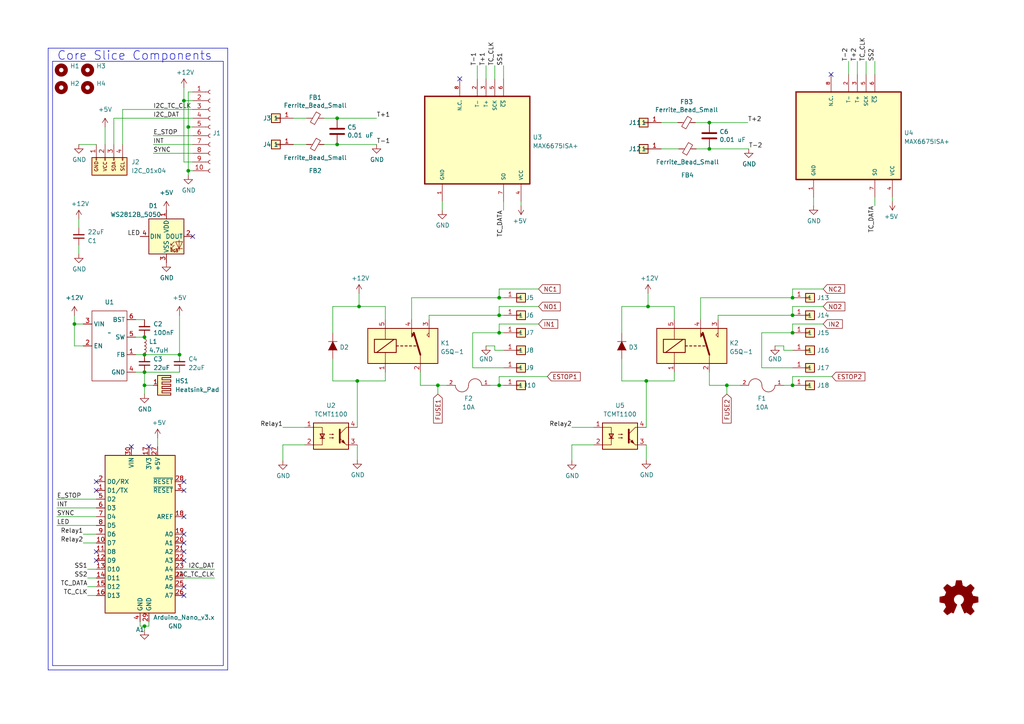
<source format=kicad_sch>
(kicad_sch (version 20231120) (generator "eeschema") (generator_version "8.0")
  (paper "A4")
  (lib_symbols
    (symbol "Connector:Conn_01x10_Female" (pin_names (offset 1.016) hide)
      (property "Reference" "J" (at 0 12.7 0))
      (property "Value" "Conn_01x10_Female" (at 0 -15.24 0))
      (symbol "Conn_01x10_Female_1_1"
        (pin passive line (at -5.08 10.16 0) (length 3.81) (name "Pin_1") (number "1"))
        (pin passive line (at -5.08 -12.7 0) (length 3.81) (name "Pin_10") (number "10"))
        (pin passive line (at -5.08 7.62 0) (length 3.81) (name "Pin_2") (number "2"))
        (pin passive line (at -5.08 5.08 0) (length 3.81) (name "Pin_3") (number "3"))
        (pin passive line (at -5.08 2.54 0) (length 3.81) (name "Pin_4") (number "4"))
        (pin passive line (at -5.08 0 0) (length 3.81) (name "Pin_5") (number "5"))
        (pin passive line (at -5.08 -2.54 0) (length 3.81) (name "Pin_6") (number "6"))
        (pin passive line (at -5.08 -5.08 0) (length 3.81) (name "Pin_7") (number "7"))
        (pin passive line (at -5.08 -7.62 0) (length 3.81) (name "Pin_8") (number "8"))
        (pin passive line (at -5.08 -10.16 0) (length 3.81) (name "Pin_9") (number "9"))
      )
    )
    (symbol "Device:C" (pin_numbers hide) (pin_names (offset 0.254))
      (property "Reference" "C" (at 0.635 2.54 0))
      (property "Value" "C" (at 0.635 -2.54 0))
      (symbol "C_1_1"
        (pin passive line (at 0 3.81 270) (length 2.794) (name "~") (number "1"))
        (pin passive line (at 0 -3.81 90) (length 2.794) (name "~") (number "2"))
      )
    )
    (symbol "Device:C_Small" (pin_numbers hide) (pin_names (offset 0.254) hide)
      (property "Reference" "C" (at 0.254 1.778 0))
      (property "Value" "C_Small" (at 0.254 -2.032 0))
      (symbol "C_Small_1_1"
        (pin passive line (at 0 2.54 270) (length 2.032) (name "~") (number "1"))
        (pin passive line (at 0 -2.54 90) (length 2.032) (name "~") (number "2"))
      )
    )
    (symbol "Device:Ferrite_Bead_Small" (pin_numbers hide) (pin_names (offset 0))
      (property "Reference" "FB" (at 1.905 1.27 0))
      (property "Value" "Device_Ferrite_Bead_Small" (at 1.905 -1.27 0))
      (symbol "Ferrite_Bead_Small_1_1"
        (pin passive line (at 0 2.54 270) (length 1.27) (name "~") (number "1"))
        (pin passive line (at 0 -2.54 90) (length 1.27) (name "~") (number "2"))
      )
    )
    (symbol "Device:L_Small" (pin_numbers hide) (pin_names (offset 0.254) hide)
      (property "Reference" "L" (at 0.762 1.016 0))
      (property "Value" "L_Small" (at 0.762 -1.016 0))
      (symbol "L_Small_1_1"
        (pin passive line (at 0 2.54 270) (length 0.508) (name "~") (number "1"))
        (pin passive line (at 0 -2.54 90) (length 0.508) (name "~") (number "2"))
      )
    )
    (symbol "Graphic:Logo_Open_Hardware_Small" (in_bom no) (on_board no))
    (symbol "Isolator:TCMT1100" (pin_names (offset 1.016))
      (property "Reference" "U" (at 0 5.08 0))
      (property "Value" "TCMT1100" (at 0 -5.08 0))
      (symbol "TCMT1100_1_1"
        (pin passive line (at -7.62 2.54 0) (length 2.54) (name "~") (number "1"))
        (pin passive line (at -7.62 -2.54 0) (length 2.54) (name "~") (number "2"))
        (pin passive line (at 7.62 -2.54 180) (length 2.54) (name "~") (number "3"))
        (pin passive line (at 7.62 2.54 180) (length 2.54) (name "~") (number "4"))
      )
    )
    (symbol "MAX6675ISA_:MAX6675ISA+" (pin_names (offset 1.016))
      (property "Reference" "U" (at -12.7 16.2306 0))
      (property "Value" "MAX6675ISA+" (at -12.7 -19.2278 0))
      (symbol "MAX6675ISA+_0_0"
        (pin power_in line (at 17.78 -10.16 180) (length 5.08) (name "GND") (number "1"))
        (pin input line (at -17.78 0 0) (length 5.08) (name "T-") (number "2"))
        (pin input line (at -17.78 2.54 0) (length 5.08) (name "T+") (number "3"))
        (pin power_in line (at 17.78 12.7 180) (length 5.08) (name "VCC") (number "4"))
        (pin input line (at -17.78 5.08 0) (length 5.08) (name "SCK") (number "5"))
        (pin input line (at -17.78 7.62 0) (length 5.08) (name "~{CS}") (number "6"))
        (pin output line (at 17.78 7.62 180) (length 5.08) (name "SO") (number "7"))
        (pin bidirectional line (at -17.78 -5.08 0) (length 5.08) (name "N.C.") (number "8"))
      )
    )
    (symbol "MCU_Module:Arduino_Nano_v3.x"
      (property "Reference" "A" (at -10.16 23.495 0))
      (property "Value" "Arduino_Nano_v3.x" (at 5.08 -24.13 0))
      (symbol "Arduino_Nano_v3.x_1_1"
        (pin bidirectional line (at -12.7 12.7 0) (length 2.54) (name "D1/TX") (number "1"))
        (pin bidirectional line (at -12.7 -2.54 0) (length 2.54) (name "D7") (number "10"))
        (pin bidirectional line (at -12.7 -5.08 0) (length 2.54) (name "D8") (number "11"))
        (pin bidirectional line (at -12.7 -7.62 0) (length 2.54) (name "D9") (number "12"))
        (pin bidirectional line (at -12.7 -10.16 0) (length 2.54) (name "D10") (number "13"))
        (pin bidirectional line (at -12.7 -12.7 0) (length 2.54) (name "D11") (number "14"))
        (pin bidirectional line (at -12.7 -15.24 0) (length 2.54) (name "D12") (number "15"))
        (pin bidirectional line (at -12.7 -17.78 0) (length 2.54) (name "D13") (number "16"))
        (pin power_out line (at 2.54 25.4 270) (length 2.54) (name "3V3") (number "17"))
        (pin input line (at 12.7 5.08 180) (length 2.54) (name "AREF") (number "18"))
        (pin bidirectional line (at 12.7 0 180) (length 2.54) (name "A0") (number "19"))
        (pin bidirectional line (at -12.7 15.24 0) (length 2.54) (name "D0/RX") (number "2"))
        (pin bidirectional line (at 12.7 -2.54 180) (length 2.54) (name "A1") (number "20"))
        (pin bidirectional line (at 12.7 -5.08 180) (length 2.54) (name "A2") (number "21"))
        (pin bidirectional line (at 12.7 -7.62 180) (length 2.54) (name "A3") (number "22"))
        (pin bidirectional line (at 12.7 -10.16 180) (length 2.54) (name "A4") (number "23"))
        (pin bidirectional line (at 12.7 -12.7 180) (length 2.54) (name "A5") (number "24"))
        (pin bidirectional line (at 12.7 -15.24 180) (length 2.54) (name "A6") (number "25"))
        (pin bidirectional line (at 12.7 -17.78 180) (length 2.54) (name "A7") (number "26"))
        (pin power_out line (at 5.08 25.4 270) (length 2.54) (name "+5V") (number "27"))
        (pin input line (at 12.7 15.24 180) (length 2.54) (name "~{RESET}") (number "28"))
        (pin power_in line (at 2.54 -25.4 90) (length 2.54) (name "GND") (number "29"))
        (pin input line (at 12.7 12.7 180) (length 2.54) (name "~{RESET}") (number "3"))
        (pin power_in line (at -2.54 25.4 270) (length 2.54) (name "VIN") (number "30"))
        (pin power_in line (at 0 -25.4 90) (length 2.54) (name "GND") (number "4"))
        (pin bidirectional line (at -12.7 10.16 0) (length 2.54) (name "D2") (number "5"))
        (pin bidirectional line (at -12.7 7.62 0) (length 2.54) (name "D3") (number "6"))
        (pin bidirectional line (at -12.7 5.08 0) (length 2.54) (name "D4") (number "7"))
        (pin bidirectional line (at -12.7 2.54 0) (length 2.54) (name "D5") (number "8"))
        (pin bidirectional line (at -12.7 0 0) (length 2.54) (name "D6") (number "9"))
      )
    )
    (symbol "Mechanical:Heatsink_Pad" (pin_names (offset 0))
      (property "Reference" "HS" (at 0 5.715 0))
      (property "Value" "Heatsink_Pad" (at 0 3.81 0))
      (symbol "Heatsink_Pad_1_1"
        (pin passive line (at 0 -2.54 90) (length 1.27) (name "~") (number "1"))
      )
    )
    (symbol "Mechanical:MountingHole" (pin_names (offset 1.016))
      (property "Reference" "H" (at 0 5.08 0))
      (property "Value" "MountingHole" (at 0 3.175 0))
    )
    (symbol "OCI_UPL_11_Mechanical:FUSE_Blade" (pin_names (offset 0.254))
      (property "Reference" "F" (at 2.54 1.27 0))
      (property "Value" "FUSE_Blade" (at 0 -3.81 0))
      (symbol "FUSE_Blade_1_1"
        (pin input line (at -6.35 0 0) (length 2.54) (name "~") (number "1"))
        (pin input line (at 6.35 0 180) (length 2.54) (name "~") (number "2"))
      )
    )
    (symbol "OCI_UPL_4_Semiconductors:General_Purpose_Diode" (pin_numbers hide) (pin_names (offset 1.016) hide)
      (property "Reference" "D" (at 0 2.54 0))
      (symbol "General_Purpose_Diode_1_1"
        (pin passive line (at -3.81 0 0) (length 2.54) (name "K") (number "1"))
        (pin passive line (at 3.81 0 180) (length 2.54) (name "A") (number "2"))
      )
    )
    (symbol "Relay:G5Q-1"
      (property "Reference" "K" (at 11.43 3.81 0))
      (property "Value" "G5Q-1" (at 11.43 1.27 0))
      (symbol "G5Q-1_1_1"
        (pin passive line (at -5.08 -7.62 90) (length 2.54) (name "~") (number "1"))
        (pin passive line (at 5.08 -7.62 90) (length 2.54) (name "~") (number "2"))
        (pin passive line (at 7.62 7.62 270) (length 2.54) (name "~") (number "3"))
        (pin passive line (at 2.54 7.62 270) (length 2.54) (name "~") (number "4"))
        (pin passive line (at -5.08 7.62 270) (length 2.54) (name "~") (number "5"))
      )
    )
    (symbol "SparkFun-Connector:I2C_01x04" (pin_names (offset 1.016) hide)
      (property "Reference" "J" (at 0 5.08 0))
      (property "Value" "I2C_01x04" (at 0 -7.62 0))
      (symbol "I2C_01x04_1_1"
        (text "GND" (at 1.27 -5.08 0) (effects (font (size 1 1))))
        (text "SCL" (at 1.27 2.54 0) (effects (font (size 1 1))))
        (text "SDA" (at 1.27 0 0) (effects (font (size 1 1))))
        (text "VCC" (at 1.27 -2.54 0) (effects (font (size 1 1))))
        (pin passive line (at -5.08 -5.08 0) (length 3.81) (name "Pin_1") (number "1"))
        (pin passive line (at -5.08 -2.54 0) (length 3.81) (name "Pin_2") (number "2"))
        (pin passive line (at -5.08 0 0) (length 3.81) (name "Pin_3") (number "3"))
        (pin passive line (at -5.08 2.54 0) (length 3.81) (name "Pin_4") (number "4"))
      )
    )
    (symbol "SparkFun-Connector:Term_PressFit_Phoenix_Contact"
      (property "Reference" "J" (at 7.62 -1.27 0))
      (property "Value" "Term_PressFit_Phoenix_Contact" (at 3.81 3.81 0))
      (symbol "Term_PressFit_Phoenix_Contact_1_1"
        (pin passive line (at 0 0 0) (length 3.81) (name "1") (number "1"))
      )
    )
    (symbol "SparkFun-DiscreteSemi:AP63205"
      (property "Reference" "U" (at 0 7.62 0))
      (symbol "AP63205_1_1"
        (pin input line (at 7.62 -6.35 180) (length 2.54) (name "FB") (number "1"))
        (pin input line (at -7.62 -3.81 0) (length 2.54) (name "EN") (number "2"))
        (pin input line (at -7.62 2.54 0) (length 2.54) (name "VIN") (number "3"))
        (pin input line (at 7.62 -11.43 180) (length 2.54) (name "GND") (number "4"))
        (pin input line (at 7.62 -1.27 180) (length 2.54) (name "SW") (number "5"))
        (pin input line (at 7.62 3.81 180) (length 2.54) (name "BST") (number "6"))
      )
    )
    (symbol "SparkFun-LED:WS2812B_5050" (pin_names (offset 0.254))
      (property "Reference" "D" (at 5.08 5.715 0))
      (property "Value" "WS2812B_5050" (at 1.27 -5.715 0))
      (symbol "WS2812B_5050_0_0"
        (text "RGB" (at 2.286 -4.191 0) (effects (font (size 0.762 0.762))))
      )
      (symbol "WS2812B_5050_1_1"
        (pin power_in line (at 0 7.62 270) (length 2.54) (name "VDD") (number "1"))
        (pin output line (at 7.62 0 180) (length 2.54) (name "DOUT") (number "2"))
        (pin power_in line (at 0 -7.62 90) (length 2.54) (name "VSS") (number "3"))
        (pin input line (at -7.62 0 0) (length 2.54) (name "DIN") (number "4"))
      )
    )
    (symbol "power:+12V" (power) (pin_names (offset 0))
      (property "Value" "+12V" (at 0 3.556 0))
      (symbol "+12V_1_1"
        (pin power_in line (at 0 0 90) (length 0) hide (name "+12V") (number "1"))
      )
    )
    (symbol "power:+5V" (power) (pin_names (offset 0))
      (property "Value" "+5V" (at 0 3.556 0))
      (symbol "+5V_1_1"
        (pin power_in line (at 0 0 90) (length 0) hide (name "+5V") (number "1"))
      )
    )
    (symbol "power:GND" (power) (pin_names (offset 0))
      (property "Value" "GND" (at 0 -3.81 0))
      (symbol "GND_1_1"
        (pin power_in line (at 0 0 270) (length 0) hide (name "GND") (number "1"))
      )
    )
  )
  (junction (at 104.14 88.9))
  (junction (at 210.82 111.76))
  (junction (at 54.61 49.53))
  (junction (at 229.87 96.52))
  (junction (at 41.91 107.95))
  (junction (at 97.79 41.91))
  (junction (at 41.91 111.76))
  (junction (at 229.87 91.44))
  (junction (at 187.96 88.9))
  (junction (at 41.91 102.87))
  (junction (at 53.34 29.21))
  (junction (at 41.91 181.61))
  (junction (at 103.632 110.49))
  (junction (at 54.61 36.83))
  (junction (at 187.452 110.49))
  (junction (at 205.74 43.18))
  (junction (at 144.78 96.52))
  (junction (at 52.07 102.87))
  (junction (at 229.87 86.36))
  (junction (at 144.78 86.36))
  (junction (at 144.78 91.44))
  (junction (at 97.79 34.29))
  (junction (at 41.91 97.79))
  (junction (at 205.74 35.56))
  (junction (at 229.87 111.76))
  (junction (at 21.59 93.98))
  (junction (at 127 111.76))
  (junction (at 144.78 111.76))
  (no_connect (at 53.34 162.56))
  (no_connect (at 53.34 149.86))
  (no_connect (at 27.94 142.24))
  (no_connect (at 241.046 21.59))
  (no_connect (at 53.34 154.94))
  (no_connect (at 27.94 162.56))
  (no_connect (at 27.94 139.7))
  (no_connect (at 38.1 129.54))
  (no_connect (at 43.18 129.54))
  (no_connect (at 27.94 160.02))
  (no_connect (at 53.34 160.02))
  (no_connect (at 53.34 172.72))
  (no_connect (at 53.34 170.18))
  (no_connect (at 53.34 139.7))
  (no_connect (at 53.34 142.24))
  (no_connect (at 53.34 157.48))
  (no_connect (at 55.88 68.58))
  (no_connect (at 133.35 22.86))
  (polyline (pts (xy 66.04 194.31) (xy 66.04 13.97)))
  (wire (pts (xy 43.18 181.61) (xy 43.18 180.34)))
  (wire (pts (xy 25.4 172.72) (xy 27.94 172.72)))
  (wire (pts (xy 25.4 167.64) (xy 27.94 167.64)))
  (wire (pts (xy 124.46 91.44) (xy 124.46 92.71)))
  (wire (pts (xy 144.78 109.22) (xy 144.78 111.76)))
  (wire (pts (xy 220.9292 96.52) (xy 229.87 96.52)))
  (wire (pts (xy 124.46 91.44) (xy 144.78 91.44)))
  (wire (pts (xy 241.3 109.22) (xy 229.87 109.22)))
  (polyline (pts (xy 66.04 13.97) (xy 13.97 13.97)))
  (wire (pts (xy 22.86 71.12) (xy 22.86 73.66)))
  (wire (pts (xy 227.33 111.76) (xy 229.87 111.76)))
  (wire (pts (xy 165.862 129.032) (xy 172.212 129.032)))
  (wire (pts (xy 137.1092 96.52) (xy 144.78 96.52)))
  (wire (pts (xy 144.78 93.98) (xy 144.78 96.52)))
  (wire (pts (xy 96.52 88.9) (xy 96.52 96.52)))
  (wire (pts (xy 41.91 181.61) (xy 43.18 181.61)))
  (wire (pts (xy 220.9292 96.52) (xy 220.9292 106.68)))
  (wire (pts (xy 140.97 19.05) (xy 140.97 22.86)))
  (wire (pts (xy 103.632 110.49) (xy 103.632 123.952)))
  (wire (pts (xy 21.59 100.33) (xy 21.59 93.98)))
  (wire (pts (xy 144.78 96.52) (xy 146.05 96.52)))
  (wire (pts (xy 44.45 41.91) (xy 55.88 41.91)))
  (wire (pts (xy 187.96 88.9) (xy 195.58 88.9)))
  (polyline (pts (xy 13.97 13.97) (xy 13.97 194.31)))
  (wire (pts (xy 53.34 29.21) (xy 55.88 29.21)))
  (wire (pts (xy 180.34 104.14) (xy 180.34 110.49)))
  (wire (pts (xy 137.1092 106.68) (xy 146.05 106.68)))
  (wire (pts (xy 96.52 88.9) (xy 104.14 88.9)))
  (wire (pts (xy 103.632 110.49) (xy 111.76 110.49)))
  (wire (pts (xy 88.392 123.952) (xy 82.042 123.952)))
  (wire (pts (xy 248.666 17.78) (xy 248.666 21.59)))
  (wire (pts (xy 165.862 129.032) (xy 165.862 133.604)))
  (wire (pts (xy 39.37 92.71) (xy 41.91 92.71)))
  (wire (pts (xy 158.75 109.22) (xy 144.78 109.22)))
  (wire (pts (xy 205.74 35.56) (xy 216.916 35.56)))
  (wire (pts (xy 229.87 88.9) (xy 229.87 91.44)))
  (wire (pts (xy 227.33 100.33) (xy 224.79 100.33)))
  (wire (pts (xy 172.212 123.952) (xy 165.862 123.952)))
  (wire (pts (xy 205.74 111.76) (xy 205.74 107.95)))
  (wire (pts (xy 187.452 110.49) (xy 187.452 123.952)))
  (wire (pts (xy 146.05 19.05) (xy 146.05 22.86)))
  (polyline (pts (xy 13.97 194.31) (xy 66.04 194.31)))
  (wire (pts (xy 144.78 88.9) (xy 144.78 91.44)))
  (wire (pts (xy 205.74 111.76) (xy 210.82 111.76)))
  (wire (pts (xy 53.34 25.4) (xy 53.34 29.21)))
  (wire (pts (xy 142.24 111.76) (xy 144.78 111.76)))
  (wire (pts (xy 22.86 41.91) (xy 27.94 41.91)))
  (wire (pts (xy 85.09 34.29) (xy 88.9 34.29)))
  (wire (pts (xy 144.78 86.36) (xy 146.05 86.36)))
  (wire (pts (xy 54.61 49.53) (xy 54.61 36.83)))
  (wire (pts (xy 93.98 34.29) (xy 97.79 34.29)))
  (wire (pts (xy 93.98 41.91) (xy 97.79 41.91)))
  (wire (pts (xy 208.28 91.44) (xy 208.28 92.71)))
  (wire (pts (xy 187.96 85.09) (xy 187.96 88.9)))
  (wire (pts (xy 25.4 165.1) (xy 27.94 165.1)))
  (wire (pts (xy 55.88 39.37) (xy 44.45 39.37)))
  (wire (pts (xy 138.43 19.05) (xy 138.43 22.86)))
  (polyline (pts (xy 64.77 17.78) (xy 15.24 17.78)))
  (wire (pts (xy 195.58 92.71) (xy 195.58 88.9)))
  (wire (pts (xy 111.76 107.95) (xy 111.76 110.49)))
  (wire (pts (xy 229.87 109.22) (xy 229.87 111.76)))
  (wire (pts (xy 180.34 110.49) (xy 187.452 110.49)))
  (wire (pts (xy 229.87 83.82) (xy 229.87 86.36)))
  (wire (pts (xy 128.27 58.42) (xy 128.27 60.96)))
  (wire (pts (xy 238.76 93.98) (xy 229.87 93.98)))
  (wire (pts (xy 156.21 93.98) (xy 144.78 93.98)))
  (wire (pts (xy 156.21 88.9) (xy 144.78 88.9)))
  (wire (pts (xy 55.88 46.99) (xy 53.34 46.99)))
  (wire (pts (xy 44.45 44.45) (xy 55.88 44.45)))
  (wire (pts (xy 143.51 100.33) (xy 140.97 100.33)))
  (wire (pts (xy 144.78 111.76) (xy 146.05 111.76)))
  (wire (pts (xy 227.33 101.6) (xy 229.87 101.6)))
  (wire (pts (xy 96.52 104.14) (xy 96.52 110.49)))
  (wire (pts (xy 35.56 31.75) (xy 55.88 31.75)))
  (wire (pts (xy 16.51 149.86) (xy 27.94 149.86)))
  (wire (pts (xy 39.37 97.79) (xy 41.91 97.79)))
  (wire (pts (xy 227.33 101.6) (xy 227.33 100.33)))
  (wire (pts (xy 104.14 85.09) (xy 104.14 88.9)))
  (wire (pts (xy 143.51 101.6) (xy 143.51 100.33)))
  (wire (pts (xy 246.126 17.78) (xy 246.126 21.59)))
  (wire (pts (xy 251.206 17.78) (xy 251.206 21.59)))
  (wire (pts (xy 238.76 88.9) (xy 229.87 88.9)))
  (wire (pts (xy 33.02 34.29) (xy 55.88 34.29)))
  (wire (pts (xy 180.34 88.9) (xy 180.34 96.52)))
  (wire (pts (xy 52.07 102.87) (xy 52.07 91.44)))
  (wire (pts (xy 156.21 83.82) (xy 144.78 83.82)))
  (wire (pts (xy 45.72 127) (xy 45.72 129.54)))
  (wire (pts (xy 40.64 180.34) (xy 40.64 181.61)))
  (wire (pts (xy 39.37 107.95) (xy 41.91 107.95)))
  (wire (pts (xy 21.59 100.33) (xy 24.13 100.33)))
  (wire (pts (xy 210.82 111.76) (xy 214.63 111.76)))
  (wire (pts (xy 41.91 107.95) (xy 52.07 107.95)))
  (wire (pts (xy 121.92 111.76) (xy 121.92 107.95)))
  (polyline (pts (xy 64.77 193.04) (xy 64.77 17.78)))
  (wire (pts (xy 97.79 41.91) (xy 109.22 41.91)))
  (wire (pts (xy 54.61 26.67) (xy 55.88 26.67)))
  (wire (pts (xy 151.13 58.42) (xy 151.13 59.69)))
  (wire (pts (xy 22.86 63.5) (xy 22.86 66.04)))
  (wire (pts (xy 44.45 111.76) (xy 41.91 111.76)))
  (wire (pts (xy 82.042 129.032) (xy 82.042 133.604)))
  (wire (pts (xy 137.1092 96.52) (xy 137.1092 106.68)))
  (wire (pts (xy 195.58 107.95) (xy 195.58 110.49)))
  (wire (pts (xy 119.38 86.36) (xy 144.78 86.36)))
  (wire (pts (xy 24.13 157.48) (xy 27.94 157.48)))
  (wire (pts (xy 127 111.76) (xy 129.54 111.76)))
  (wire (pts (xy 220.9292 106.68) (xy 229.87 106.68)))
  (wire (pts (xy 97.79 34.29) (xy 109.22 34.29)))
  (wire (pts (xy 203.2 86.36) (xy 229.87 86.36)))
  (wire (pts (xy 253.746 57.15) (xy 253.746 59.69)))
  (wire (pts (xy 187.452 133.35) (xy 187.452 129.032)))
  (polyline (pts (xy 15.24 193.04) (xy 64.77 193.04)))
  (wire (pts (xy 55.88 36.83) (xy 54.61 36.83)))
  (wire (pts (xy 16.51 152.4) (xy 27.94 152.4)))
  (wire (pts (xy 40.64 181.61) (xy 41.91 181.61)))
  (wire (pts (xy 41.91 102.87) (xy 52.07 102.87)))
  (wire (pts (xy 143.51 101.6) (xy 146.05 101.6)))
  (wire (pts (xy 41.91 181.61) (xy 41.91 182.88)))
  (wire (pts (xy 121.92 111.76) (xy 127 111.76)))
  (wire (pts (xy 27.94 144.78) (xy 16.51 144.78)))
  (wire (pts (xy 180.34 88.9) (xy 187.96 88.9)))
  (wire (pts (xy 25.4 170.18) (xy 27.94 170.18)))
  (wire (pts (xy 187.452 110.49) (xy 195.58 110.49)))
  (wire (pts (xy 127 111.76) (xy 127 114.3)))
  (wire (pts (xy 53.34 46.99) (xy 53.34 29.21)))
  (wire (pts (xy 104.14 88.9) (xy 111.76 88.9)))
  (wire (pts (xy 96.52 110.49) (xy 103.632 110.49)))
  (wire (pts (xy 54.61 50.8) (xy 54.61 49.53)))
  (wire (pts (xy 144.78 91.44) (xy 146.05 91.44)))
  (wire (pts (xy 201.676 35.56) (xy 205.74 35.56)))
  (wire (pts (xy 16.51 147.32) (xy 27.94 147.32)))
  (wire (pts (xy 53.34 167.64) (xy 62.23 167.64)))
  (wire (pts (xy 191.77 43.18) (xy 196.85 43.18)))
  (wire (pts (xy 253.746 17.78) (xy 253.746 21.59)))
  (wire (pts (xy 143.51 19.05) (xy 143.51 22.86)))
  (wire (pts (xy 39.37 102.87) (xy 41.91 102.87)))
  (wire (pts (xy 203.2 92.71) (xy 203.2 86.36)))
  (wire (pts (xy 85.09 41.91) (xy 88.9 41.91)))
  (wire (pts (xy 54.61 36.83) (xy 54.61 26.67)))
  (wire (pts (xy 111.76 92.71) (xy 111.76 88.9)))
  (wire (pts (xy 24.13 154.94) (xy 27.94 154.94)))
  (wire (pts (xy 62.23 165.1) (xy 53.34 165.1)))
  (wire (pts (xy 205.74 43.18) (xy 217.17 43.18)))
  (wire (pts (xy 33.02 41.91) (xy 33.02 34.29)))
  (wire (pts (xy 119.38 92.71) (xy 119.38 86.36)))
  (wire (pts (xy 146.05 58.42) (xy 146.05 60.96)))
  (wire (pts (xy 229.87 93.98) (xy 229.87 96.52)))
  (wire (pts (xy 210.82 111.76) (xy 210.82 114.3)))
  (wire (pts (xy 103.632 133.35) (xy 103.632 129.032)))
  (wire (pts (xy 208.28 91.44) (xy 229.87 91.44)))
  (wire (pts (xy 55.88 49.53) (xy 54.61 49.53)))
  (wire (pts (xy 191.77 35.56) (xy 196.596 35.56)))
  (wire (pts (xy 35.56 41.91) (xy 35.56 31.75)))
  (wire (pts (xy 82.042 129.032) (xy 88.392 129.032)))
  (wire (pts (xy 201.93 43.18) (xy 205.74 43.18)))
  (wire (pts (xy 235.966 57.15) (xy 235.966 59.69)))
  (wire (pts (xy 41.91 111.76) (xy 41.91 107.95)))
  (wire (pts (xy 144.78 83.82) (xy 144.78 86.36)))
  (wire (pts (xy 21.59 93.98) (xy 24.13 93.98)))
  (wire (pts (xy 258.826 57.15) (xy 258.826 58.42)))
  (wire (pts (xy 41.91 114.3) (xy 41.91 111.76)))
  (wire (pts (xy 30.48 36.83) (xy 30.48 41.91)))
  (wire (pts (xy 21.59 91.44) (xy 21.59 93.98)))
  (polyline (pts (xy 15.24 17.78) (xy 15.24 193.04)))
  (wire (pts (xy 229.87 83.82) (xy 238.76 83.82)))
  (text "Core Slice Components" (at 16.51 17.78 0) (effects (font (size 2.54 2.54)) (justify left bottom)))
  (label "LED" (at 40.64 68.58 180))
  (label "LED" (at 16.51 152.4 0))
  (label "T+2" (at 248.666 17.78 90))
  (label "TC_CLK" (at 143.51 19.05 90))
  (label "Relay1" (at 82.042 123.952 180))
  (label "T-2" (at 217.17 43.18 0))
  (label "I2C_TC_CLK" (at 44.45 31.75 0))
  (label "I2C_DAT" (at 44.45 34.29 0))
  (label "E_STOP" (at 16.51 144.78 0))
  (label "E_STOP" (at 44.45 39.37 0))
  (label "TC_CLK" (at 25.4 172.72 180))
  (label "SS2" (at 25.4 167.64 180))
  (label "TC_DATA" (at 146.05 60.96 270))
  (label "TC_DATA" (at 253.746 59.69 270))
  (label "T-1" (at 109.22 41.91 0))
  (label "Relay2" (at 24.13 157.48 180))
  (label "INT" (at 16.51 147.32 0))
  (label "Relay1" (at 24.13 154.94 180))
  (label "SS1" (at 146.05 19.05 90))
  (label "T-2" (at 246.126 17.78 90))
  (label "T+1" (at 109.22 34.29 0))
  (label "T+2" (at 216.916 35.56 0))
  (label "SYNC" (at 16.51 149.86 0))
  (label "T-1" (at 138.43 19.05 90))
  (label "TC_CLK" (at 251.206 17.78 90))
  (label "SYNC" (at 44.45 44.45 0))
  (label "TC_DATA" (at 25.4 170.18 180))
  (label "SS1" (at 25.4 165.1 180))
  (label "SS2" (at 253.746 17.78 90))
  (label "I2C_DAT" (at 62.23 165.1 180))
  (label "INT" (at 44.45 41.91 0))
  (label "T+1" (at 140.97 19.05 90))
  (label "I2C_TC_CLK" (at 62.23 167.64 180))
  (label "Relay2" (at 165.862 123.952 180))
  (global_label "FUSE2" (shape input) (at 210.82 114.3 270) (property "Intersheetrefs" "${INTERSHEET_REFS}" (effects (hide yes))))
  (global_label "ESTOP2" (shape input) (at 241.3 109.22 0) (property "Intersheetrefs" "${INTERSHEET_REFS}" (effects (hide yes))))
  (global_label "NO1" (shape input) (at 156.21 88.9 0) (property "Intersheetrefs" "${INTERSHEET_REFS}" (effects (hide yes))))
  (global_label "NC1" (shape input) (at 156.21 83.82 0) (property "Intersheetrefs" "${INTERSHEET_REFS}" (effects (hide yes))))
  (global_label "IN1" (shape input) (at 156.21 93.98 0) (property "Intersheetrefs" "${INTERSHEET_REFS}" (effects (hide yes))))
  (global_label "ESTOP1" (shape input) (at 158.75 109.22 0) (property "Intersheetrefs" "${INTERSHEET_REFS}" (effects (hide yes))))
  (global_label "FUSE1" (shape input) (at 127 114.3 270) (property "Intersheetrefs" "${INTERSHEET_REFS}" (effects (hide yes))))
  (global_label "NO2" (shape input) (at 238.76 88.9 0) (property "Intersheetrefs" "${INTERSHEET_REFS}" (effects (hide yes))))
  (global_label "NC2" (shape input) (at 238.76 83.82 0) (property "Intersheetrefs" "${INTERSHEET_REFS}" (effects (hide yes))))
  (global_label "IN2" (shape input) (at 238.76 93.98 0) (property "Intersheetrefs" "${INTERSHEET_REFS}" (effects (hide yes))))
  (symbol (lib_id "power:GND") (at 41.91 182.88 0) (unit 1)
    (property "Reference" "#PWR07" (effects (hide yes)))
    (property "Value" "GND" (at 50.8 181.61 0))
  )
  (symbol (lib_id "power:+5V") (at 45.72 127 0) (unit 1)
    (property "Reference" "#PWR08" (effects (hide yes)))
    (property "Value" "+5V" (at 46.101 122.6058 0))
  )
  (symbol (lib_id "power:GND") (at 22.86 73.66 0) (unit 1)
    (property "Reference" "#PWR04" (effects (hide yes)))
    (property "Value" "GND" (at 22.987 78.0542 0))
  )
  (symbol (lib_id "Mechanical:MountingHole") (at 17.78 20.32 0) (unit 1)
    (property "Reference" "H1" (at 20.32 19.1516 0) (effects (justify left)))
    (property "Value" "MountingHole" (effects (hide yes)))
    (property "Footprint" "MountingHole:MountingHole_5mm" (effects (hide yes)))
  )
  (symbol (lib_id "Mechanical:MountingHole") (at 17.78 25.4 0) (unit 1)
    (property "Reference" "H2" (at 20.32 24.2316 0) (effects (justify left)))
    (property "Value" "MountingHole" (effects (hide yes)))
    (property "Footprint" "MountingHole:MountingHole_5mm" (effects (hide yes)))
  )
  (symbol (lib_id "Mechanical:MountingHole") (at 25.4 20.32 0) (unit 1)
    (property "Reference" "H3" (at 27.94 19.1516 0) (effects (justify left)))
    (property "Value" "MountingHole" (effects (hide yes)))
    (property "Footprint" "MountingHole:MountingHole_5mm" (effects (hide yes)))
  )
  (symbol (lib_id "Mechanical:MountingHole") (at 25.4 25.4 0) (unit 1)
    (property "Reference" "H4" (at 27.94 24.2316 0) (effects (justify left)))
    (property "Value" "MountingHole" (effects (hide yes)))
    (property "Footprint" "MountingHole:MountingHole_5mm" (effects (hide yes)))
  )
  (symbol (lib_id "MCU_Module:Arduino_Nano_v3.x") (at 40.64 154.94 0) (unit 1)
    (property "Reference" "A1" (at 40.64 182.6006 0))
    (property "Value" "Arduino_Nano_v3.x" (at 53.34 179.07 0))
    (property "Footprint" "Module:Arduino_Nano" (effects (hide yes)))
    (property "TC_DATAsheet" "http://www.mouser.com/pdfdocs/Gravitech_Arduino_Nano3_0.pdf" (effects (hide yes)))
  )
  (symbol (lib_id "Graphic:Logo_Open_Hardware_Small") (at 278.13 173.99 0) (unit 1) (exclude_from_sim yes)
    (property "Reference" "#SYM1" (effects (hide yes)))
    (property "Value" "Logo_Open_Hardware_Small" (effects (hide yes)))
    (property "Footprint" "Symbol:OSHW-Symbol_6.7x6mm_SilkScreen" (effects (hide yes)))
  )
  (symbol (lib_id "Connector:Conn_01x10_Female") (at 60.96 36.83 0) (unit 1)
    (property "Reference" "J1" (at 61.6712 38.608 0) (effects (justify left)))
    (property "Value" "Conn_01x10_Female" (effects (hide yes)))
    (property "Footprint" "Connector_PinSocket_2.54mm:PinSocket_1x10_P2.54mm_Horizontal" (effects (hide yes)))
  )
  (symbol (lib_id "power:+12V") (at 53.34 25.4 0) (unit 1)
    (property "Reference" "#PWR012" (effects (hide yes)))
    (property "Value" "+12V" (at 53.721 21.0058 0))
  )
  (symbol (lib_id "power:GND") (at 54.61 50.8 0) (unit 1)
    (property "Reference" "#PWR013" (effects (hide yes)))
    (property "Value" "GND" (at 54.737 55.1942 0))
  )
  (symbol (lib_id "power:+12V") (at 22.86 63.5 0) (unit 1)
    (property "Reference" "#PWR03" (effects (hide yes)))
    (property "Value" "+12V" (at 23.241 59.1058 0))
  )
  (symbol (lib_id "Device:Ferrite_Bead_Small") (at 91.44 34.29 270) (unit 1)
    (property "Reference" "FB1" (at 91.44 28.2702 90))
    (property "Value" "Ferrite_Bead_Small" (at 91.44 30.5816 90))
    (property "Footprint" "Resistor_SMD:R_1206_3216Metric" (effects (hide yes)))
  )
  (symbol (lib_id "Device:Ferrite_Bead_Small") (at 91.44 41.91 270) (unit 1)
    (property "Reference" "FB2" (at 91.44 49.53 90))
    (property "Value" "Ferrite_Bead_Small" (at 91.44 45.72 90))
    (property "Footprint" "Resistor_SMD:R_1206_3216Metric" (effects (hide yes)))
  )
  (symbol (lib_id "Device:C") (at 97.79 38.1 0) (unit 1)
    (property "Reference" "C5" (at 100.711 36.9316 0) (effects (justify left)))
    (property "Value" "0.01 uF" (at 100.711 39.243 0) (effects (justify left)))
    (property "Footprint" "Capacitor_SMD:C_1206_3216Metric" (effects (hide yes)))
  )
  (symbol (lib_id "power:GND") (at 128.27 60.96 0) (unit 1)
    (property "Reference" "#PWR018" (effects (hide yes)))
    (property "Value" "GND" (at 128.397 65.3542 0))
  )
  (symbol (lib_id "SparkFun-Connector:Term_PressFit_Phoenix_Contact") (at 229.87 91.44 0) (unit 1)
    (property "Reference" "J14" (at 238.76 91.44 0))
    (property "Value" "Term_PressFit_Phoenix_Contact" (effects (hide yes)))
    (property "Footprint" "SparkFun-Connector:Term_PressFit_5mm_H_PC_HVRELAY" (effects (hide yes)))
    (property "TC_DATAsheet" "https://mm.digikey.com/Volume0/opasTC_DATA/d220001/medias/docus/365/1990779.pdf" (effects (hide yes)))
  )
  (symbol (lib_id "power:+5V") (at 151.13 59.69 180) (unit 1)
    (property "Reference" "#PWR020" (effects (hide yes)))
    (property "Value" "+5V" (at 150.749 64.0842 0))
  )
  (symbol (lib_id "SparkFun-Connector:Term_PressFit_Phoenix_Contact") (at 85.09 41.91 180) (unit 1)
    (property "Reference" "J4" (at 77.47 41.91 0))
    (property "Value" "Term_PressFit_Phoenix_Contact" (effects (hide yes)))
    (property "Footprint" "SparkFun-Connector:Term_PressFit_3.5mm_H_ENDCAP_PC" (effects (hide yes)))
    (property "TC_DATAsheet" "https://mm.digikey.com/Volume0/opasTC_DATA/d220001/medias/docus/365/1990779.pdf" (effects (hide yes)))
  )
  (symbol (lib_id "OCI_UPL_11_Mechanical:FUSE_Blade") (at 220.98 111.76 180) (unit 1)
    (property "Reference" "F1" (at 220.98 115.57 0))
    (property "Value" "10A" (at 220.98 118.11 0))
    (property "Footprint" "SparkFun-Fuse:Glass Fuse Clip 5x20MM" (effects (hide yes)))
    (property "TC_DATAsheet" "https://www.digikey.com/short/q7wbwz" (effects (hide yes)))
    (property "Part #" "3522-2" (effects (hide yes)))
    (property "UPL #" "11.003" (effects (hide yes)))
  )
  (symbol (lib_id "Device:Ferrite_Bead_Small") (at 199.39 43.18 270) (unit 1)
    (property "Reference" "FB4" (at 199.39 50.8 90))
    (property "Value" "Ferrite_Bead_Small" (at 199.39 46.99 90))
    (property "Footprint" "Resistor_SMD:R_1206_3216Metric" (effects (hide yes)))
  )
  (symbol (lib_id "SparkFun-Connector:Term_PressFit_Phoenix_Contact") (at 146.05 91.44 0) (unit 1)
    (property "Reference" "J6" (at 153.67 91.44 0))
    (property "Value" "Term_PressFit_Phoenix_Contact" (effects (hide yes)))
    (property "Footprint" "SparkFun-Connector:Term_PressFit_5mm_H_PC_HVRELAY" (effects (hide yes)))
    (property "TC_DATAsheet" "https://mm.digikey.com/Volume0/opasTC_DATA/d220001/medias/docus/365/1990779.pdf" (effects (hide yes)))
  )
  (symbol (lib_id "Device:C_Small") (at 41.91 95.25 180) (unit 1)
    (property "Reference" "C2" (at 44.45 93.9736 0) (effects (justify right)))
    (property "Value" "100nF" (at 44.45 96.5136 0) (effects (justify right)))
    (property "Footprint" "Capacitor_SMD:C_1206_3216Metric" (effects (hide yes)))
  )
  (symbol (lib_id "power:+12V") (at 21.59 91.44 0) (unit 1)
    (property "Reference" "#PWR01" (effects (hide yes)))
    (property "Value" "+12V" (at 21.59 86.36 0))
  )
  (symbol (lib_id "power:GND") (at 103.632 133.35 0) (unit 1)
    (property "Reference" "#PWR015" (effects (hide yes)))
    (property "Value" "GND" (at 103.759 137.7442 0))
  )
  (symbol (lib_id "power:+12V") (at 187.96 85.09 0) (unit 1)
    (property "Reference" "#PWR023" (effects (hide yes)))
    (property "Value" "+12V" (at 188.341 80.6958 0))
  )
  (symbol (lib_id "Device:C_Small") (at 41.91 105.41 180) (unit 1)
    (property "Reference" "C3" (at 44.45 104.1336 0) (effects (justify right)))
    (property "Value" "22uF" (at 44.45 106.6736 0) (effects (justify right)))
    (property "Footprint" "Capacitor_SMD:C_1206_3216Metric" (effects (hide yes)))
  )
  (symbol (lib_id "power:GND") (at 187.452 133.35 0) (unit 1)
    (property "Reference" "#PWR022" (effects (hide yes)))
    (property "Value" "GND" (at 187.579 137.7442 0))
  )
  (symbol (lib_id "Isolator:TCMT1100") (at 96.012 126.492 0) (unit 1)
    (property "Reference" "U2" (at 96.012 117.602 0))
    (property "Value" "TCMT1100" (at 96.012 120.142 0))
    (property "Footprint" "Package_SO:SOP-4_4.4x2.6mm_P1.27mm" (effects (hide yes)))
    (property "TC_DATAsheet" "http://www.vishay.com/docs/83510/tcmt1100.pdf" (effects (hide yes)))
  )
  (symbol (lib_id "power:GND") (at 140.97 100.33 0) (unit 1)
    (property "Reference" "#PWR019" (effects (hide yes)))
    (property "Value" "GND" (at 140.97 104.14 0))
  )
  (symbol (lib_id "power:GND") (at 82.042 133.604 0) (unit 1)
    (property "Reference" "#PWR014" (effects (hide yes)))
    (property "Value" "GND" (at 82.169 137.9982 0))
  )
  (symbol (lib_id "SparkFun-Connector:Term_PressFit_Phoenix_Contact") (at 229.87 101.6 0) (unit 1)
    (property "Reference" "J16" (at 238.76 101.6 0))
    (property "Value" "Term_PressFit_Phoenix_Contact" (effects (hide yes)))
    (property "Footprint" "SparkFun-Connector:Term_PressFit_5mm_H_PC_HVRELAY" (effects (hide yes)))
    (property "TC_DATAsheet" "https://mm.digikey.com/Volume0/opasTC_DATA/d220001/medias/docus/365/1990779.pdf" (effects (hide yes)))
  )
  (symbol (lib_id "MAX6675ISA_:MAX6675ISA+") (at 246.126 39.37 270) (unit 1)
    (property "Reference" "U4" (at 262.2042 38.5353 90) (effects (justify left)))
    (property "Value" "MAX6675ISA+" (at 262.2042 41.0722 90) (effects (justify left)))
    (property "Footprint" "MAX6675ISA_:SOIC127P600X175-8N" (effects (hide yes)))
  )
  (symbol (lib_id "SparkFun-DiscreteSemi:AP63205") (at 31.75 96.52 0) (unit 1)
    (property "Reference" "U1" (at 31.75 87.63 0))
    (property "Value" "~" (at 31.75 96.52 0))
    (property "Footprint" "Package_TO_SOT_SMD:TSOT-23-6" (effects (hide yes)))
  )
  (symbol (lib_id "power:+12V") (at 104.14 85.09 0) (unit 1)
    (property "Reference" "#PWR016" (effects (hide yes)))
    (property "Value" "+12V" (at 104.521 80.6958 0))
  )
  (symbol (lib_id "power:GND") (at 235.966 59.69 0) (unit 1)
    (property "Reference" "#PWR026" (effects (hide yes)))
    (property "Value" "GND" (at 236.093 64.0842 0))
  )
  (symbol (lib_id "OCI_UPL_4_Semiconductors:General_Purpose_Diode") (at 96.52 100.33 270) (unit 1)
    (property "Reference" "D2" (at 98.5012 100.7257 90) (effects (justify left)))
    (property "Value" "General_Purpose_Diode" (effects (hide yes)))
    (property "Footprint" "Diode_THT:D_DO-35_SOD27_P7.62mm_Horizontal" (effects (hide yes)))
    (property "TC_DATAsheet" "https://www.digikey.com/short/q75wqm" (effects (hide yes)))
    (property "Part #" "1N914BWS" (effects (hide yes)))
    (property "UPL #" "4.001" (effects (hide yes)))
  )
  (symbol (lib_id "OCI_UPL_4_Semiconductors:General_Purpose_Diode") (at 180.34 100.33 270) (unit 1)
    (property "Reference" "D3" (at 182.3212 100.7257 90) (effects (justify left)))
    (property "Value" "General_Purpose_Diode" (effects (hide yes)))
    (property "Footprint" "Diode_THT:D_DO-35_SOD27_P7.62mm_Horizontal" (effects (hide yes)))
    (property "TC_DATAsheet" "https://www.digikey.com/short/q75wqm" (effects (hide yes)))
    (property "Part #" "1N914BWS" (effects (hide yes)))
    (property "UPL #" "4.001" (effects (hide yes)))
  )
  (symbol (lib_id "OCI_UPL_11_Mechanical:FUSE_Blade") (at 135.89 111.76 0) (mirror y) (unit 1)
    (property "Reference" "F2" (at 135.89 115.57 0))
    (property "Value" "10A" (at 135.89 118.11 0))
    (property "Footprint" "SparkFun-Fuse:Glass Fuse Clip 5x20MM" (effects (hide yes)))
    (property "TC_DATAsheet" "https://www.digikey.com/short/q7wbwz" (effects (hide yes)))
    (property "Part #" "3522-2" (effects (hide yes)))
    (property "UPL #" "11.003" (effects (hide yes)))
  )
  (symbol (lib_id "SparkFun-Connector:Term_PressFit_Phoenix_Contact") (at 229.87 106.68 0) (unit 1)
    (property "Reference" "J17" (at 238.76 106.68 0))
    (property "Value" "Term_PressFit_Phoenix_Contact" (effects (hide yes)))
    (property "Footprint" "SparkFun-Connector:Term_PressFit_5mm_H_PC_HVRELAY" (effects (hide yes)))
    (property "TC_DATAsheet" "https://mm.digikey.com/Volume0/opasTC_DATA/d220001/medias/docus/365/1990779.pdf" (effects (hide yes)))
  )
  (symbol (lib_id "SparkFun-Connector:Term_PressFit_Phoenix_Contact") (at 191.77 43.18 180) (unit 1)
    (property "Reference" "J12" (at 184.15 43.18 0))
    (property "Value" "Term_PressFit_Phoenix_Contact" (effects (hide yes)))
    (property "Footprint" "SparkFun-Connector:Term_PressFit_3.5mm_H_PC" (effects (hide yes)))
    (property "TC_DATAsheet" "https://mm.digikey.com/Volume0/opasTC_DATA/d220001/medias/docus/365/1990779.pdf" (effects (hide yes)))
  )
  (symbol (lib_id "power:GND") (at 41.91 114.3 0) (unit 1)
    (property "Reference" "#PWR06" (effects (hide yes)))
    (property "Value" "GND" (at 42.037 118.6942 0))
  )
  (symbol (lib_id "SparkFun-Connector:Term_PressFit_Phoenix_Contact") (at 191.77 35.56 180) (unit 1)
    (property "Reference" "J11" (at 184.15 35.56 0))
    (property "Value" "Term_PressFit_Phoenix_Contact" (effects (hide yes)))
    (property "Footprint" "SparkFun-Connector:Term_PressFit_3.5mm_H_PC" (effects (hide yes)))
    (property "TC_DATAsheet" "https://mm.digikey.com/Volume0/opasTC_DATA/d220001/medias/docus/365/1990779.pdf" (effects (hide yes)))
  )
  (symbol (lib_id "Mechanical:Heatsink_Pad") (at 46.99 111.76 270) (unit 1)
    (property "Reference" "HS1" (at 50.8 110.4773 90) (effects (justify left)))
    (property "Value" "Heatsink_Pad" (at 50.8 113.0173 90) (effects (justify left)))
    (property "Footprint" "SparkFun-Fuse:Thermal Pad" (effects (hide yes)))
  )
  (symbol (lib_id "SparkFun-Connector:Term_PressFit_Phoenix_Contact") (at 85.09 34.29 180) (unit 1)
    (property "Reference" "J3" (at 77.47 34.29 0))
    (property "Value" "Term_PressFit_Phoenix_Contact" (effects (hide yes)))
    (property "Footprint" "SparkFun-Connector:Term_PressFit_3.5mm_H_PC" (effects (hide yes)))
    (property "TC_DATAsheet" "https://mm.digikey.com/Volume0/opasTC_DATA/d220001/medias/docus/365/1990779.pdf" (effects (hide yes)))
  )
  (symbol (lib_id "power:GND") (at 109.22 41.91 0) (unit 1)
    (property "Reference" "#PWR017" (effects (hide yes)))
    (property "Value" "GND" (at 109.347 46.3042 0))
  )
  (symbol (lib_id "Isolator:TCMT1100") (at 179.832 126.492 0) (unit 1)
    (property "Reference" "U5" (at 179.832 117.602 0))
    (property "Value" "TCMT1100" (at 179.832 120.142 0))
    (property "Footprint" "Package_SO:SOP-4_4.4x2.6mm_P1.27mm" (effects (hide yes)))
    (property "TC_DATAsheet" "http://www.vishay.com/docs/83510/tcmt1100.pdf" (effects (hide yes)))
  )
  (symbol (lib_id "power:+5V") (at 258.826 58.42 180) (unit 1)
    (property "Reference" "#PWR027" (effects (hide yes)))
    (property "Value" "+5V" (at 258.445 62.8142 0))
  )
  (symbol (lib_id "Device:L_Small") (at 41.91 100.33 0) (unit 1)
    (property "Reference" "L1" (at 43.18 99.06 0) (effects (justify left)))
    (property "Value" "4.7uH" (at 43.18 101.6 0) (effects (justify left)))
    (property "Footprint" "Inductor_SMD:L_1210_3225Metric" (effects (hide yes)))
  )
  (symbol (lib_id "SparkFun-Connector:Term_PressFit_Phoenix_Contact") (at 146.05 96.52 0) (unit 1)
    (property "Reference" "J7" (at 153.67 96.52 0))
    (property "Value" "Term_PressFit_Phoenix_Contact" (effects (hide yes)))
    (property "Footprint" "SparkFun-Connector:Term_PressFit_5mm_H_PC_HVRELAY" (effects (hide yes)))
    (property "TC_DATAsheet" "https://mm.digikey.com/Volume0/opasTC_DATA/d220001/medias/docus/365/1990779.pdf" (effects (hide yes)))
  )
  (symbol (lib_id "power:+5V") (at 30.48 36.83 0) (unit 1)
    (property "Reference" "#PWR05" (effects (hide yes)))
    (property "Value" "+5V" (at 30.48 31.75 0))
  )
  (symbol (lib_id "power:GND") (at 48.26 76.2 0) (unit 1)
    (property "Reference" "#PWR010" (effects (hide yes)))
    (property "Value" "GND" (at 48.387 80.5942 0))
  )
  (symbol (lib_id "power:+5V") (at 52.07 91.44 0) (unit 1)
    (property "Reference" "#PWR011" (effects (hide yes)))
    (property "Value" "+5V" (at 52.07 86.36 0))
  )
  (symbol (lib_id "Device:C_Small") (at 52.07 105.41 180) (unit 1)
    (property "Reference" "C4" (at 54.61 104.1336 0) (effects (justify right)))
    (property "Value" "22uF" (at 54.61 106.6736 0) (effects (justify right)))
    (property "Footprint" "Capacitor_SMD:C_1206_3216Metric" (effects (hide yes)))
  )
  (symbol (lib_id "power:GND") (at 217.17 43.18 0) (unit 1)
    (property "Reference" "#PWR024" (effects (hide yes)))
    (property "Value" "GND" (at 217.297 47.5742 0))
  )
  (symbol (lib_id "power:GND") (at 224.79 100.33 0) (unit 1)
    (property "Reference" "#PWR025" (effects (hide yes)))
    (property "Value" "GND" (at 224.79 104.14 0))
  )
  (symbol (lib_id "Device:Ferrite_Bead_Small") (at 199.136 35.56 270) (unit 1)
    (property "Reference" "FB3" (at 199.136 29.5402 90))
    (property "Value" "Ferrite_Bead_Small" (at 199.136 31.8516 90))
    (property "Footprint" "Resistor_SMD:R_1206_3216Metric" (effects (hide yes)))
  )
  (symbol (lib_id "power:GND") (at 22.86 41.91 0) (unit 1)
    (property "Reference" "#PWR02" (effects (hide yes)))
    (property "Value" "GND" (at 22.987 46.3042 0))
  )
  (symbol (lib_id "Device:C") (at 205.74 39.37 0) (unit 1)
    (property "Reference" "C6" (at 208.661 38.2016 0) (effects (justify left)))
    (property "Value" "0.01 uF" (at 208.661 40.513 0) (effects (justify left)))
    (property "Footprint" "Capacitor_SMD:C_1206_3216Metric" (effects (hide yes)))
  )
  (symbol (lib_id "MAX6675ISA_:MAX6675ISA+") (at 138.43 40.64 270) (unit 1)
    (property "Reference" "U3" (at 154.5082 39.8053 90) (effects (justify left)))
    (property "Value" "MAX6675ISA+" (at 154.5082 42.3422 90) (effects (justify left)))
    (property "Footprint" "MAX6675ISA_:SOIC127P600X175-8N" (effects (hide yes)))
  )
  (symbol (lib_id "SparkFun-Connector:Term_PressFit_Phoenix_Contact") (at 146.05 111.76 0) (unit 1)
    (property "Reference" "J10" (at 153.67 111.76 0))
    (property "Value" "Term_PressFit_Phoenix_Contact" (effects (hide yes)))
    (property "Footprint" "SparkFun-Connector:Term_PressFit_5mm_H_PC_HVRELAY" (effects (hide yes)))
    (property "TC_DATAsheet" "https://mm.digikey.com/Volume0/opasTC_DATA/d220001/medias/docus/365/1990779.pdf" (effects (hide yes)))
  )
  (symbol (lib_id "SparkFun-Connector:Term_PressFit_Phoenix_Contact") (at 229.87 96.52 0) (unit 1)
    (property "Reference" "J15" (at 238.76 96.52 0))
    (property "Value" "Term_PressFit_Phoenix_Contact" (effects (hide yes)))
    (property "Footprint" "SparkFun-Connector:Term_PressFit_5mm_H_PC_HVRELAY" (effects (hide yes)))
    (property "TC_DATAsheet" "https://mm.digikey.com/Volume0/opasTC_DATA/d220001/medias/docus/365/1990779.pdf" (effects (hide yes)))
  )
  (symbol (lib_id "power:+5V") (at 48.26 60.96 0) (unit 1)
    (property "Reference" "#PWR09" (effects (hide yes)))
    (property "Value" "+5V" (at 48.26 55.88 0))
  )
  (symbol (lib_id "power:GND") (at 165.862 133.604 0) (unit 1)
    (property "Reference" "#PWR021" (effects (hide yes)))
    (property "Value" "GND" (at 165.989 137.9982 0))
  )
  (symbol (lib_id "SparkFun-Connector:Term_PressFit_Phoenix_Contact") (at 229.87 86.36 0) (unit 1)
    (property "Reference" "J13" (at 238.76 86.36 0))
    (property "Value" "Term_PressFit_Phoenix_Contact" (effects (hide yes)))
    (property "Footprint" "SparkFun-Connector:Term_PressFit_5mm_H_PC_HVRELAY" (effects (hide yes)))
    (property "TC_DATAsheet" "https://mm.digikey.com/Volume0/opasTC_DATA/d220001/medias/docus/365/1990779.pdf" (effects (hide yes)))
  )
  (symbol (lib_id "Relay:G5Q-1") (at 200.66 100.33 0) (unit 1)
    (property "Reference" "K2" (at 211.582 99.4953 0) (effects (justify left)))
    (property "Value" "G5Q-1" (at 211.582 102.0322 0) (effects (justify left)))
    (property "Footprint" "Relay_THT:Relay_SPDT_Omron-G5Q-1" (effects (hide yes)))
    (property "TC_DATAsheet" "https://www.omron.com/ecb/products/pdf/en-g5q.pdf" (effects (hide yes)))
  )
  (symbol (lib_id "SparkFun-LED:WS2812B_5050") (at 48.26 68.58 0) (unit 1)
    (property "Reference" "D1" (at 44.45 59.69 0))
    (property "Value" "WS2812B_5050" (at 39.37 62.23 0))
    (property "Footprint" "SparkFun-LED:WS2812-5050-4PIN" (effects (hide yes)))
    (property "TC_DATAsheet" "https://cdn.sparkfun.com/TC_DATAsheets/BreakoutBoards/WS2812B.pdf" (effects (hide yes)))
  )
  (symbol (lib_id "SparkFun-Connector:Term_PressFit_Phoenix_Contact") (at 146.05 101.6 0) (unit 1)
    (property "Reference" "J8" (at 153.67 101.6 0))
    (property "Value" "Term_PressFit_Phoenix_Contact" (effects (hide yes)))
    (property "Footprint" "SparkFun-Connector:Term_PressFit_5mm_H_PC_HVRELAY" (effects (hide yes)))
    (property "TC_DATAsheet" "https://mm.digikey.com/Volume0/opasTC_DATA/d220001/medias/docus/365/1990779.pdf" (effects (hide yes)))
  )
  (symbol (lib_id "SparkFun-Connector:Term_PressFit_Phoenix_Contact") (at 146.05 106.68 0) (unit 1)
    (property "Reference" "J9" (at 153.67 106.68 0))
    (property "Value" "Term_PressFit_Phoenix_Contact" (effects (hide yes)))
    (property "Footprint" "SparkFun-Connector:Term_PressFit_5mm_H_PC_HVRELAY" (effects (hide yes)))
    (property "TC_DATAsheet" "https://mm.digikey.com/Volume0/opasTC_DATA/d220001/medias/docus/365/1990779.pdf" (effects (hide yes)))
  )
  (symbol (lib_id "Relay:G5Q-1") (at 116.84 100.33 0) (unit 1)
    (property "Reference" "K1" (at 127.762 99.4953 0) (effects (justify left)))
    (property "Value" "G5Q-1" (at 127.762 102.0322 0) (effects (justify left)))
    (property "Footprint" "Relay_THT:Relay_SPDT_Omron-G5Q-1" (effects (hide yes)))
    (property "TC_DATAsheet" "https://www.omron.com/ecb/products/pdf/en-g5q.pdf" (effects (hide yes)))
  )
  (symbol (lib_id "Device:C_Small") (at 22.86 68.58 0) (mirror x) (unit 1)
    (property "Reference" "C1" (at 25.4 69.8437 0) (effects (justify left)))
    (property "Value" "22uF" (at 25.4 67.3037 0) (effects (justify left)))
    (property "Footprint" "Capacitor_SMD:C_1206_3216Metric" (effects (hide yes)))
  )
  (symbol (lib_id "SparkFun-Connector:Term_PressFit_Phoenix_Contact") (at 229.87 111.76 0) (unit 1)
    (property "Reference" "J18" (at 238.76 111.76 0))
    (property "Value" "Term_PressFit_Phoenix_Contact" (effects (hide yes)))
    (property "Footprint" "SparkFun-Connector:Term_PressFit_5mm_H_PC_HVRELAY" (effects (hide yes)))
    (property "TC_DATAsheet" "https://mm.digikey.com/Volume0/opasTC_DATA/d220001/medias/docus/365/1990779.pdf" (effects (hide yes)))
  )
  (symbol (lib_id "SparkFun-Connector:Term_PressFit_Phoenix_Contact") (at 146.05 86.36 0) (unit 1)
    (property "Reference" "J5" (at 153.67 86.36 0))
    (property "Value" "Term_PressFit_Phoenix_Contact" (effects (hide yes)))
    (property "Footprint" "SparkFun-Connector:Term_PressFit_5mm_H_ENDCAP_PC_HVRELAY" (effects (hide yes)))
    (property "TC_DATAsheet" "https://mm.digikey.com/Volume0/opasTC_DATA/d220001/medias/docus/365/1990779.pdf" (effects (hide yes)))
  )
  (symbol (lib_id "SparkFun-Connector:I2C_01x04") (at 33.02 46.99 270) (unit 1)
    (property "Reference" "J2" (at 38.1 46.99 90) (effects (justify left)))
    (property "Value" "I2C_01x04" (at 38.1 49.53 90) (effects (justify left)))
    (property "Footprint" "Connector_JST:JST_SH_SM04B-SRSS-TB_1x04-1MP_P1.00mm_Horizontal" (effects (hide yes)))
  )
)
</source>
